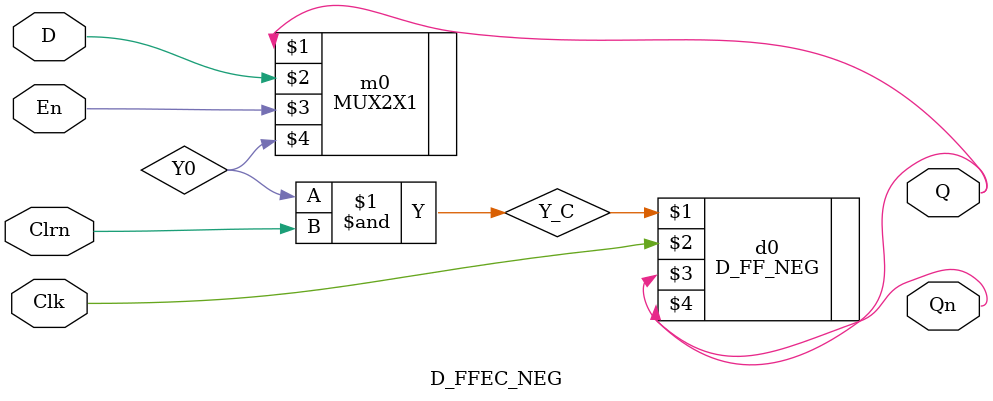
<source format=v>
`timescale 1ns / 1ps

module D_FFEC_NEG(D, Clk, En, Clrn, Q, Qn);

input   D, Clk, En, Clrn;
output  Q, Qn;

wire    Y0, Y_C;

MUX2X1      m0(Q, D, En, Y0);
and         i0(Y_C, Y0, Clrn);
D_FF_NEG    d0(Y_C, Clk, Q, Qn);

endmodule

</source>
